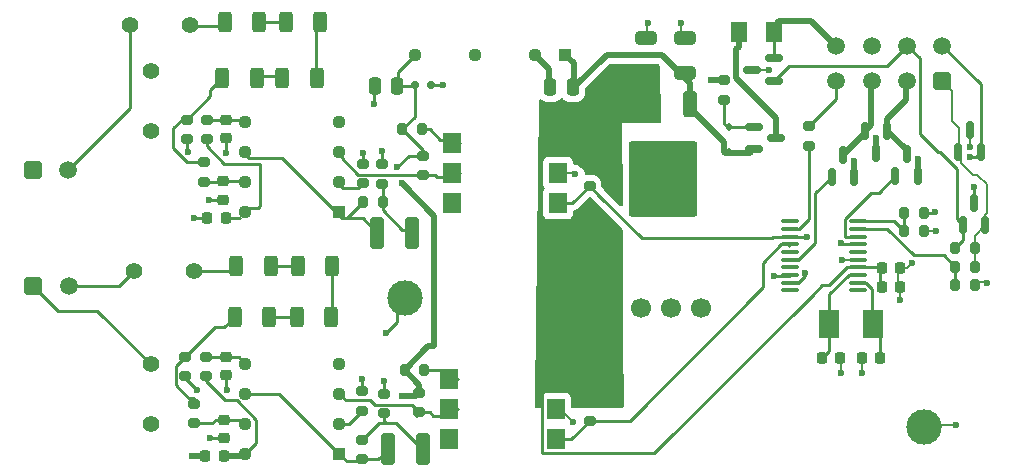
<source format=gbr>
%TF.GenerationSoftware,KiCad,Pcbnew,9.0.4*%
%TF.CreationDate,2026-01-14T13:13:59-08:00*%
%TF.ProjectId,2026Precharge,32303236-5072-4656-9368-617267652e6b,rev?*%
%TF.SameCoordinates,Original*%
%TF.FileFunction,Copper,L1,Top*%
%TF.FilePolarity,Positive*%
%FSLAX46Y46*%
G04 Gerber Fmt 4.6, Leading zero omitted, Abs format (unit mm)*
G04 Created by KiCad (PCBNEW 9.0.4) date 2026-01-14 13:13:59*
%MOMM*%
%LPD*%
G01*
G04 APERTURE LIST*
G04 Aperture macros list*
%AMRoundRect*
0 Rectangle with rounded corners*
0 $1 Rounding radius*
0 $2 $3 $4 $5 $6 $7 $8 $9 X,Y pos of 4 corners*
0 Add a 4 corners polygon primitive as box body*
4,1,4,$2,$3,$4,$5,$6,$7,$8,$9,$2,$3,0*
0 Add four circle primitives for the rounded corners*
1,1,$1+$1,$2,$3*
1,1,$1+$1,$4,$5*
1,1,$1+$1,$6,$7*
1,1,$1+$1,$8,$9*
0 Add four rect primitives between the rounded corners*
20,1,$1+$1,$2,$3,$4,$5,0*
20,1,$1+$1,$4,$5,$6,$7,0*
20,1,$1+$1,$6,$7,$8,$9,0*
20,1,$1+$1,$8,$9,$2,$3,0*%
G04 Aperture macros list end*
%TA.AperFunction,SMDPad,CuDef*%
%ADD10RoundRect,0.150000X0.587500X0.150000X-0.587500X0.150000X-0.587500X-0.150000X0.587500X-0.150000X0*%
%TD*%
%TA.AperFunction,SMDPad,CuDef*%
%ADD11RoundRect,0.200000X-0.200000X-0.275000X0.200000X-0.275000X0.200000X0.275000X-0.200000X0.275000X0*%
%TD*%
%TA.AperFunction,SMDPad,CuDef*%
%ADD12RoundRect,0.225000X0.225000X0.250000X-0.225000X0.250000X-0.225000X-0.250000X0.225000X-0.250000X0*%
%TD*%
%TA.AperFunction,SMDPad,CuDef*%
%ADD13RoundRect,0.150000X0.150000X-0.587500X0.150000X0.587500X-0.150000X0.587500X-0.150000X-0.587500X0*%
%TD*%
%TA.AperFunction,SMDPad,CuDef*%
%ADD14C,3.000000*%
%TD*%
%TA.AperFunction,ComponentPad*%
%ADD15R,1.110000X1.110000*%
%TD*%
%TA.AperFunction,ComponentPad*%
%ADD16C,1.110000*%
%TD*%
%TA.AperFunction,SMDPad,CuDef*%
%ADD17RoundRect,0.225000X-0.250000X0.225000X-0.250000X-0.225000X0.250000X-0.225000X0.250000X0.225000X0*%
%TD*%
%TA.AperFunction,SMDPad,CuDef*%
%ADD18RoundRect,0.200000X-0.275000X0.200000X-0.275000X-0.200000X0.275000X-0.200000X0.275000X0.200000X0*%
%TD*%
%TA.AperFunction,SMDPad,CuDef*%
%ADD19RoundRect,0.225000X-0.225000X-0.250000X0.225000X-0.250000X0.225000X0.250000X-0.225000X0.250000X0*%
%TD*%
%TA.AperFunction,ComponentPad*%
%ADD20C,1.397000*%
%TD*%
%TA.AperFunction,SMDPad,CuDef*%
%ADD21RoundRect,0.200000X0.275000X-0.200000X0.275000X0.200000X-0.275000X0.200000X-0.275000X-0.200000X0*%
%TD*%
%TA.AperFunction,SMDPad,CuDef*%
%ADD22RoundRect,0.250000X-0.325000X-1.100000X0.325000X-1.100000X0.325000X1.100000X-0.325000X1.100000X0*%
%TD*%
%TA.AperFunction,SMDPad,CuDef*%
%ADD23RoundRect,0.250000X0.250000X0.475000X-0.250000X0.475000X-0.250000X-0.475000X0.250000X-0.475000X0*%
%TD*%
%TA.AperFunction,SMDPad,CuDef*%
%ADD24RoundRect,0.150000X-0.150000X0.587500X-0.150000X-0.587500X0.150000X-0.587500X0.150000X0.587500X0*%
%TD*%
%TA.AperFunction,SMDPad,CuDef*%
%ADD25RoundRect,0.250000X-0.312500X-0.625000X0.312500X-0.625000X0.312500X0.625000X-0.312500X0.625000X0*%
%TD*%
%TA.AperFunction,ComponentPad*%
%ADD26R,1.130000X1.130000*%
%TD*%
%TA.AperFunction,ComponentPad*%
%ADD27C,1.130000*%
%TD*%
%TA.AperFunction,SMDPad,CuDef*%
%ADD28RoundRect,0.150000X0.150000X0.200000X-0.150000X0.200000X-0.150000X-0.200000X0.150000X-0.200000X0*%
%TD*%
%TA.AperFunction,SMDPad,CuDef*%
%ADD29RoundRect,0.200000X0.200000X0.275000X-0.200000X0.275000X-0.200000X-0.275000X0.200000X-0.275000X0*%
%TD*%
%TA.AperFunction,SMDPad,CuDef*%
%ADD30RoundRect,0.112500X0.112500X-0.187500X0.112500X0.187500X-0.112500X0.187500X-0.112500X-0.187500X0*%
%TD*%
%TA.AperFunction,SMDPad,CuDef*%
%ADD31RoundRect,0.250000X0.312500X0.625000X-0.312500X0.625000X-0.312500X-0.625000X0.312500X-0.625000X0*%
%TD*%
%TA.AperFunction,SMDPad,CuDef*%
%ADD32RoundRect,0.250000X0.650000X-0.325000X0.650000X0.325000X-0.650000X0.325000X-0.650000X-0.325000X0*%
%TD*%
%TA.AperFunction,SMDPad,CuDef*%
%ADD33RoundRect,0.150000X-0.587500X-0.150000X0.587500X-0.150000X0.587500X0.150000X-0.587500X0.150000X0*%
%TD*%
%TA.AperFunction,SMDPad,CuDef*%
%ADD34RoundRect,0.250000X-0.650000X0.325000X-0.650000X-0.325000X0.650000X-0.325000X0.650000X0.325000X0*%
%TD*%
%TA.AperFunction,ComponentPad*%
%ADD35RoundRect,0.250001X0.499999X-0.499999X0.499999X0.499999X-0.499999X0.499999X-0.499999X-0.499999X0*%
%TD*%
%TA.AperFunction,ComponentPad*%
%ADD36C,1.500000*%
%TD*%
%TA.AperFunction,SMDPad,CuDef*%
%ADD37RoundRect,0.250000X-0.350000X0.850000X-0.350000X-0.850000X0.350000X-0.850000X0.350000X0.850000X0*%
%TD*%
%TA.AperFunction,SMDPad,CuDef*%
%ADD38RoundRect,0.249997X-2.650003X2.950003X-2.650003X-2.950003X2.650003X-2.950003X2.650003X2.950003X0*%
%TD*%
%TA.AperFunction,SMDPad,CuDef*%
%ADD39RoundRect,0.100000X0.637500X0.100000X-0.637500X0.100000X-0.637500X-0.100000X0.637500X-0.100000X0*%
%TD*%
%TA.AperFunction,ComponentPad*%
%ADD40RoundRect,0.250001X0.499999X0.499999X-0.499999X0.499999X-0.499999X-0.499999X0.499999X-0.499999X0*%
%TD*%
%TA.AperFunction,SMDPad,CuDef*%
%ADD41RoundRect,0.250001X-0.462499X-0.624999X0.462499X-0.624999X0.462499X0.624999X-0.462499X0.624999X0*%
%TD*%
%TA.AperFunction,SMDPad,CuDef*%
%ADD42R,1.700000X2.400000*%
%TD*%
%TA.AperFunction,SMDPad,CuDef*%
%ADD43R,1.520000X1.780000*%
%TD*%
%TA.AperFunction,ComponentPad*%
%ADD44R,1.700000X1.700000*%
%TD*%
%TA.AperFunction,ComponentPad*%
%ADD45C,1.700000*%
%TD*%
%TA.AperFunction,ViaPad*%
%ADD46C,0.600000*%
%TD*%
%TA.AperFunction,Conductor*%
%ADD47C,0.500000*%
%TD*%
%TA.AperFunction,Conductor*%
%ADD48C,0.200000*%
%TD*%
%TA.AperFunction,Conductor*%
%ADD49C,0.250000*%
%TD*%
G04 APERTURE END LIST*
D10*
%TO.P,D5,1,K*%
%TO.N,Charge_on*%
X169810000Y-117830000D03*
%TO.P,D5,2,K*%
%TO.N,Net-(J1-Pin_8)*%
X169810000Y-115930000D03*
%TO.P,D5,3,A*%
%TO.N,GLV-*%
X167935000Y-116880000D03*
%TD*%
D11*
%TO.P,R29,1*%
%TO.N,Net-(U7-PA3)*%
X180795000Y-129010000D03*
%TO.P,R29,2*%
%TO.N,CHG*%
X182445000Y-129010000D03*
%TD*%
D12*
%TO.P,C3,1*%
%TO.N,12V_HV*%
X123192500Y-149602500D03*
%TO.P,C3,2*%
%TO.N,HV-*%
X121642500Y-149602500D03*
%TD*%
D13*
%TO.P,Q2,1,G*%
%TO.N,AIR+_en_gate*%
X174667500Y-125940000D03*
%TO.P,Q2,2,S*%
%TO.N,GLV-*%
X176567500Y-125940000D03*
%TO.P,Q2,3,D*%
%TO.N,AIR+_en*%
X175617500Y-124065000D03*
%TD*%
D14*
%TO.P,TP2,1,1*%
%TO.N,GLV-*%
X182505000Y-147090000D03*
%TD*%
D15*
%TO.P,PS1,1,+VIN(VCC)*%
%TO.N,GLV+*%
X152130000Y-115630000D03*
D16*
%TO.P,PS1,2,-VIN(GND)*%
%TO.N,GLV-*%
X149590000Y-115630000D03*
%TO.P,PS1,4,-VOUT*%
%TO.N,HV-*%
X144510000Y-115630000D03*
%TO.P,PS1,6,+VOUT*%
%TO.N,12V_HV*%
X139430000Y-115630000D03*
%TD*%
D17*
%TO.P,C5,1*%
%TO.N,Net-(U2-COMPIN)*%
X123175000Y-126325000D03*
%TO.P,C5,2*%
%TO.N,HV-*%
X123175000Y-127875000D03*
%TD*%
D18*
%TO.P,R20,1*%
%TO.N,12V_HV*%
X139770000Y-144235000D03*
%TO.P,R20,2*%
%TO.N,Net-(U5-FOUT)*%
X139770000Y-145885000D03*
%TD*%
D17*
%TO.P,C7,1*%
%TO.N,Net-(U5-COMPIN)*%
X123192500Y-146502500D03*
%TO.P,C7,2*%
%TO.N,HV-*%
X123192500Y-148052500D03*
%TD*%
D19*
%TO.P,C9,1*%
%TO.N,3.3 V*%
X178915000Y-133700000D03*
%TO.P,C9,2*%
%TO.N,GLV-*%
X180465000Y-133700000D03*
%TD*%
D20*
%TO.P,F4,1*%
%TO.N,HV-*%
X117010000Y-146910000D03*
%TO.P,F4,2*%
%TO.N,Net-(Molex2-Pin_1)*%
X117010000Y-141830000D03*
%TD*%
D13*
%TO.P,Q3,1,G*%
%TO.N,Charge_on*%
X185757500Y-130047500D03*
%TO.P,Q3,2,S*%
%TO.N,SDCin*%
X187657500Y-130047500D03*
%TO.P,Q3,3,D*%
%TO.N,CHG*%
X186707500Y-128172500D03*
%TD*%
D21*
%TO.P,R17,1*%
%TO.N,Net-(CL2-Pad2)*%
X136625000Y-126525000D03*
%TO.P,R17,2*%
%TO.N,HV-*%
X136625000Y-124875000D03*
%TD*%
D18*
%TO.P,R11,1*%
%TO.N,Net-(R10-Pad2)*%
X119942500Y-141165000D03*
%TO.P,R11,2*%
%TO.N,HV-*%
X119942500Y-142815000D03*
%TD*%
D20*
%TO.P,F3,1*%
%TO.N,HV-*%
X117080000Y-122090000D03*
%TO.P,F3,2*%
%TO.N,Net-(Molex1-Pin_1)*%
X117080000Y-117010000D03*
%TD*%
D13*
%TO.P,Q4,1,G*%
%TO.N,Pre_en_gate*%
X180065000Y-125890000D03*
%TO.P,Q4,2,S*%
%TO.N,GLV-*%
X181965000Y-125890000D03*
%TO.P,Q4,3,D*%
%TO.N,Pre_en*%
X181015000Y-124015000D03*
%TD*%
D22*
%TO.P,CL2,1*%
%TO.N,Net-(U2-IOUT)*%
X136175000Y-130680000D03*
%TO.P,CL2,2*%
%TO.N,Net-(CL2-Pad2)*%
X139125000Y-130680000D03*
%TD*%
D23*
%TO.P,C2,1*%
%TO.N,12V_HV*%
X137890000Y-118290000D03*
%TO.P,C2,2*%
%TO.N,HV-*%
X135990000Y-118290000D03*
%TD*%
D21*
%TO.P,R14,1*%
%TO.N,Net-(Q5-G)*%
X165540000Y-119415000D03*
%TO.P,R14,2*%
%TO.N,GLV-*%
X165540000Y-117765000D03*
%TD*%
D24*
%TO.P,D2,1,K*%
%TO.N,Pre_en*%
X179350000Y-122045000D03*
%TO.P,D2,2,K*%
%TO.N,AIR+_en*%
X177450000Y-122045000D03*
%TO.P,D2,3,A*%
%TO.N,GLV-*%
X178400000Y-123920000D03*
%TD*%
D25*
%TO.P,R7,1*%
%TO.N,/HV+_preAIR*%
X124255000Y-133480000D03*
%TO.P,R7,2*%
%TO.N,Net-(R7-Pad2)*%
X127180000Y-133480000D03*
%TD*%
D18*
%TO.P,R24,1*%
%TO.N,3.3 V*%
X154170000Y-125055000D03*
%TO.P,R24,2*%
%TO.N,f_postAIR*%
X154170000Y-126705000D03*
%TD*%
D20*
%TO.P,F2,1*%
%TO.N,Net-(Molex2-Pin_2)*%
X115620000Y-133900000D03*
%TO.P,F2,2*%
%TO.N,/HV+_preAIR*%
X120700000Y-133900000D03*
%TD*%
D26*
%TO.P,U2,1,IOUT*%
%TO.N,Net-(U2-IOUT)*%
X132945000Y-128960000D03*
D27*
%TO.P,U2,2,IREF*%
%TO.N,Net-(U2-IREF)*%
X132945000Y-126420000D03*
%TO.P,U2,3,FOUT*%
%TO.N,Net-(U2-FOUT)*%
X132945000Y-123880000D03*
%TO.P,U2,4,GND*%
%TO.N,HV-*%
X132945000Y-121340000D03*
%TO.P,U2,5,RC*%
%TO.N,Net-(U2-RC)*%
X125005000Y-121340000D03*
%TO.P,U2,6,THRESH*%
%TO.N,Net-(U2-IOUT)*%
X125005000Y-123880000D03*
%TO.P,U2,7,COMPIN*%
%TO.N,Net-(U2-COMPIN)*%
X125005000Y-126420000D03*
%TO.P,U2,8,VS*%
%TO.N,12V_HV*%
X125005000Y-128960000D03*
%TD*%
D12*
%TO.P,C10,1*%
%TO.N,GLV-*%
X180445000Y-135280000D03*
%TO.P,C10,2*%
%TO.N,3.3 V*%
X178895000Y-135280000D03*
%TD*%
D18*
%TO.P,RT2,1*%
%TO.N,Net-(U2-RC)*%
X121775000Y-121125000D03*
%TO.P,RT2,2*%
%TO.N,12V_HV*%
X121775000Y-122775000D03*
%TD*%
D21*
%TO.P,R27,1*%
%TO.N,Net-(U7-PA5)*%
X172740000Y-123335000D03*
%TO.P,R27,2*%
%TO.N,Precharge_Fault*%
X172740000Y-121685000D03*
%TD*%
D25*
%TO.P,R8,1*%
%TO.N,Net-(R7-Pad2)*%
X129480000Y-133480000D03*
%TO.P,R8,2*%
%TO.N,Net-(R8-Pad2)*%
X132405000Y-133480000D03*
%TD*%
%TO.P,R1,1*%
%TO.N,/HV+_postAIR*%
X123290000Y-112835000D03*
%TO.P,R1,2*%
%TO.N,Net-(R1-Pad2)*%
X126215000Y-112835000D03*
%TD*%
D28*
%TO.P,D3,1,K*%
%TO.N,12V_HV*%
X139350000Y-118200000D03*
%TO.P,D3,2,A*%
%TO.N,HV-*%
X140750000Y-118200000D03*
%TD*%
D11*
%TO.P,R12,1*%
%TO.N,12V_HV*%
X138315000Y-121930000D03*
%TO.P,R12,2*%
%TO.N,Net-(R12-Pad2)*%
X139965000Y-121930000D03*
%TD*%
D29*
%TO.P,R30,1*%
%TO.N,GLV-*%
X182445000Y-130570000D03*
%TO.P,R30,2*%
%TO.N,Net-(U7-PA3)*%
X180795000Y-130570000D03*
%TD*%
D30*
%TO.P,D6,1*%
%TO.N,GLV+*%
X165940000Y-123850000D03*
%TO.P,D6,2*%
%TO.N,Net-(Q5-G)*%
X165940000Y-121750000D03*
%TD*%
D12*
%TO.P,C8,1*%
%TO.N,GLV-*%
X175395000Y-141300000D03*
%TO.P,C8,2*%
%TO.N,Net-(U7-PC15)*%
X173845000Y-141300000D03*
%TD*%
D18*
%TO.P,R6,1*%
%TO.N,Net-(R16-Pad1)*%
X120075000Y-121100000D03*
%TO.P,R6,2*%
%TO.N,HV-*%
X120075000Y-122750000D03*
%TD*%
D31*
%TO.P,R10,1*%
%TO.N,Net-(R10-Pad1)*%
X127042500Y-137780000D03*
%TO.P,R10,2*%
%TO.N,Net-(R10-Pad2)*%
X124117500Y-137780000D03*
%TD*%
D21*
%TO.P,RL1,1*%
%TO.N,Net-(U5-IOUT)*%
X134910000Y-149875000D03*
%TO.P,RL1,2*%
%TO.N,Net-(CL1-Pad2)*%
X134910000Y-148225000D03*
%TD*%
D18*
%TO.P,R21,1*%
%TO.N,Net-(R10-Pad2)*%
X120692500Y-145165000D03*
%TO.P,R21,2*%
%TO.N,Net-(U5-COMPIN)*%
X120692500Y-146815000D03*
%TD*%
D31*
%TO.P,R3,1*%
%TO.N,Net-(R2-Pad2)*%
X131052500Y-117610000D03*
%TO.P,R3,2*%
%TO.N,Net-(R3-Pad2)*%
X128127500Y-117610000D03*
%TD*%
D32*
%TO.P,C14,1*%
%TO.N,3.3 V*%
X158910000Y-117165000D03*
%TO.P,C14,2*%
%TO.N,GLV-*%
X158910000Y-114215000D03*
%TD*%
D17*
%TO.P,CT1,1*%
%TO.N,Net-(U5-RC)*%
X123367500Y-141215000D03*
%TO.P,CT1,2*%
%TO.N,HV-*%
X123367500Y-142765000D03*
%TD*%
D12*
%TO.P,C4,1*%
%TO.N,12V_HV*%
X123350000Y-129400000D03*
%TO.P,C4,2*%
%TO.N,HV-*%
X121800000Y-129400000D03*
%TD*%
D33*
%TO.P,Q5,1,G*%
%TO.N,Net-(Q5-G)*%
X168115000Y-121700000D03*
%TO.P,Q5,2,S*%
%TO.N,GLV+*%
X168115000Y-123600000D03*
%TO.P,Q5,3,D*%
%TO.N,Pre_GLV+*%
X169990000Y-122650000D03*
%TD*%
D18*
%TO.P,R25,1*%
%TO.N,3.3 V*%
X154200000Y-144935000D03*
%TO.P,R25,2*%
%TO.N,f_preAIR*%
X154200000Y-146585000D03*
%TD*%
D19*
%TO.P,C6,1*%
%TO.N,GLV-*%
X177225000Y-141320000D03*
%TO.P,C6,2*%
%TO.N,Net-(U7-PC14)*%
X178775000Y-141320000D03*
%TD*%
D18*
%TO.P,RS2,1*%
%TO.N,HV-*%
X135000000Y-124850000D03*
%TO.P,RS2,2*%
%TO.N,Net-(U2-IREF)*%
X135000000Y-126500000D03*
%TD*%
D34*
%TO.P,C15,1*%
%TO.N,GLV-*%
X162280000Y-114195000D03*
%TO.P,C15,2*%
%TO.N,GLV+*%
X162280000Y-117145000D03*
%TD*%
D18*
%TO.P,R16,1*%
%TO.N,Net-(R16-Pad1)*%
X121550000Y-124700000D03*
%TO.P,R16,2*%
%TO.N,Net-(U2-COMPIN)*%
X121550000Y-126350000D03*
%TD*%
D11*
%TO.P,R19,1*%
%TO.N,Net-(U7-PA2)*%
X185125000Y-133560000D03*
%TO.P,R19,2*%
%TO.N,SDCin*%
X186775000Y-133560000D03*
%TD*%
D29*
%TO.P,R18,1*%
%TO.N,GLV-*%
X186775000Y-135120000D03*
%TO.P,R18,2*%
%TO.N,Net-(U7-PA2)*%
X185125000Y-135120000D03*
%TD*%
D25*
%TO.P,R2,1*%
%TO.N,Net-(R1-Pad2)*%
X128427500Y-112835000D03*
%TO.P,R2,2*%
%TO.N,Net-(R2-Pad2)*%
X131352500Y-112835000D03*
%TD*%
D14*
%TO.P,TP1,1,1*%
%TO.N,HV-*%
X138570000Y-136210000D03*
%TD*%
D31*
%TO.P,R9,1*%
%TO.N,Net-(R8-Pad2)*%
X132305000Y-137780000D03*
%TO.P,R9,2*%
%TO.N,Net-(R10-Pad1)*%
X129380000Y-137780000D03*
%TD*%
D13*
%TO.P,D4,1,K*%
%TO.N,SDCin*%
X185390000Y-123887500D03*
%TO.P,D4,2,K*%
%TO.N,CHG*%
X187290000Y-123887500D03*
%TO.P,D4,3,A*%
%TO.N,GLV-*%
X186340000Y-122012500D03*
%TD*%
D35*
%TO.P,Molex2,1,Pin_1*%
%TO.N,Net-(Molex2-Pin_1)*%
X107060000Y-135190000D03*
D36*
%TO.P,Molex2,2,Pin_2*%
%TO.N,Net-(Molex2-Pin_2)*%
X110060000Y-135190000D03*
%TD*%
D11*
%TO.P,RL2,1*%
%TO.N,Net-(U2-IOUT)*%
X135025000Y-128100000D03*
%TO.P,RL2,2*%
%TO.N,Net-(CL2-Pad2)*%
X136675000Y-128100000D03*
%TD*%
D37*
%TO.P,U8,1,IN*%
%TO.N,GLV+*%
X162687500Y-119800000D03*
D38*
%TO.P,U8,2,GND*%
%TO.N,GLV-*%
X160407500Y-126100000D03*
D37*
%TO.P,U8,3,OUT*%
%TO.N,3.3 V*%
X158127500Y-119800000D03*
%TD*%
D18*
%TO.P,RS1,1*%
%TO.N,HV-*%
X134870000Y-144105000D03*
%TO.P,RS1,2*%
%TO.N,Net-(U5-IREF)*%
X134870000Y-145755000D03*
%TD*%
D29*
%TO.P,R5,1*%
%TO.N,SDCin*%
X186775000Y-131950000D03*
%TO.P,R5,2*%
%TO.N,Charge_on*%
X185125000Y-131950000D03*
%TD*%
D39*
%TO.P,U7,1,PB7*%
%TO.N,unconnected-(U7-PB7-Pad1)*%
X176875000Y-135555000D03*
%TO.P,U7,2,PC14*%
%TO.N,Net-(U7-PC14)*%
X176875000Y-134905000D03*
%TO.P,U7,3,PC15*%
%TO.N,Net-(U7-PC15)*%
X176875000Y-134255000D03*
%TO.P,U7,4,VDD*%
%TO.N,3.3 V*%
X176875000Y-133605000D03*
%TO.P,U7,5,VSS*%
%TO.N,GLV-*%
X176875000Y-132955000D03*
%TO.P,U7,6,PF2*%
%TO.N,unconnected-(U7-PF2-Pad6)*%
X176875000Y-132305000D03*
%TO.P,U7,7,PA0*%
%TO.N,f_postAIR*%
X176875000Y-131655000D03*
%TO.P,U7,8,PA1*%
%TO.N,Pre_en_gate*%
X176875000Y-131005000D03*
%TO.P,U7,9,PA2*%
%TO.N,Net-(U7-PA2)*%
X176875000Y-130355000D03*
%TO.P,U7,10,PA3*%
%TO.N,Net-(U7-PA3)*%
X176875000Y-129705000D03*
%TO.P,U7,11,PA4*%
%TO.N,unconnected-(U7-PA4-Pad11)*%
X171150000Y-129705000D03*
%TO.P,U7,12,PA5*%
%TO.N,Net-(U7-PA5)*%
X171150000Y-130355000D03*
%TO.P,U7,13,PA6*%
%TO.N,f_postAIR*%
X171150000Y-131005000D03*
%TO.P,U7,14,PA7*%
%TO.N,f_preAIR*%
X171150000Y-131655000D03*
%TO.P,U7,15,PA8*%
%TO.N,unconnected-(U7-PA8-Pad15)*%
X171150000Y-132305000D03*
%TO.P,U7,16,PA9/PA11*%
%TO.N,AIR+_en_gate*%
X171150000Y-132955000D03*
%TO.P,U7,17,PA10/PA12*%
%TO.N,unconnected-(U7-PA10{slash}PA12-Pad17)*%
X171150000Y-133605000D03*
%TO.P,U7,18,PA13*%
%TO.N,SWDIO*%
X171150000Y-134255000D03*
%TO.P,U7,19,PA14*%
%TO.N,SWCLK*%
X171150000Y-134905000D03*
%TO.P,U7,20,PB6*%
%TO.N,unconnected-(U7-PB6-Pad20)*%
X171150000Y-135555000D03*
%TD*%
D11*
%TO.P,R13,1*%
%TO.N,12V_HV*%
X138505000Y-142270000D03*
%TO.P,R13,2*%
%TO.N,Net-(R13-Pad2)*%
X140155000Y-142270000D03*
%TD*%
D22*
%TO.P,CL1,1*%
%TO.N,Net-(U5-IOUT)*%
X137102500Y-148970000D03*
%TO.P,CL1,2*%
%TO.N,Net-(CL1-Pad2)*%
X140052500Y-148970000D03*
%TD*%
D20*
%TO.P,F1,1*%
%TO.N,Net-(Molex1-Pin_2)*%
X115300000Y-113110000D03*
%TO.P,F1,2*%
%TO.N,/HV+_postAIR*%
X120380000Y-113110000D03*
%TD*%
D21*
%TO.P,R22,1*%
%TO.N,Net-(CL1-Pad2)*%
X136740000Y-145975000D03*
%TO.P,R22,2*%
%TO.N,HV-*%
X136740000Y-144325000D03*
%TD*%
D40*
%TO.P,J1,1,Pin_1*%
%TO.N,SDCin*%
X184050000Y-117850000D03*
D36*
%TO.P,J1,2,Pin_2*%
%TO.N,Pre_en*%
X181050000Y-117850000D03*
%TO.P,J1,3,Pin_3*%
%TO.N,AIR+_en*%
X178050000Y-117850000D03*
%TO.P,J1,4,Pin_4*%
%TO.N,Precharge_Fault*%
X175050000Y-117850000D03*
%TO.P,J1,5,Pin_5*%
%TO.N,CHG*%
X184050000Y-114850000D03*
%TO.P,J1,6,Pin_6*%
%TO.N,Charge_on*%
X181050000Y-114850000D03*
%TO.P,J1,7,Pin_7*%
%TO.N,GLV-*%
X178050000Y-114850000D03*
%TO.P,J1,8,Pin_8*%
%TO.N,Net-(J1-Pin_8)*%
X175050000Y-114850000D03*
%TD*%
D41*
%TO.P,F7,1*%
%TO.N,Pre_GLV+*%
X166802500Y-113700000D03*
%TO.P,F7,2*%
%TO.N,Net-(J1-Pin_8)*%
X169777500Y-113700000D03*
%TD*%
D17*
%TO.P,CT2,1*%
%TO.N,Net-(U2-RC)*%
X123350000Y-121150000D03*
%TO.P,CT2,2*%
%TO.N,HV-*%
X123350000Y-122700000D03*
%TD*%
D42*
%TO.P,X1,1*%
%TO.N,Net-(U7-PC15)*%
X174480000Y-138370000D03*
%TO.P,X1,2*%
%TO.N,Net-(U7-PC14)*%
X178180000Y-138370000D03*
%TD*%
D43*
%TO.P,U4,1*%
%TO.N,Net-(R13-Pad2)*%
X142297500Y-143072500D03*
%TO.P,U4,2*%
%TO.N,Net-(U5-FOUT)*%
X142297500Y-145612500D03*
%TO.P,U4,3*%
%TO.N,unconnected-(U4-Pad3)*%
X142297500Y-148152500D03*
%TO.P,U4,4*%
%TO.N,f_preAIR*%
X151307500Y-148152500D03*
%TO.P,U4,5*%
%TO.N,GLV-*%
X151307500Y-145612500D03*
%TO.P,U4,6*%
%TO.N,3.3 V*%
X151307500Y-143072500D03*
%TD*%
D35*
%TO.P,Molex1,1,Pin_1*%
%TO.N,Net-(Molex1-Pin_1)*%
X107050000Y-125330000D03*
D36*
%TO.P,Molex1,2,Pin_2*%
%TO.N,Net-(Molex1-Pin_2)*%
X110050000Y-125330000D03*
%TD*%
D43*
%TO.P,U1,1*%
%TO.N,Net-(R12-Pad2)*%
X142495000Y-123085000D03*
%TO.P,U1,2*%
%TO.N,Net-(U2-FOUT)*%
X142495000Y-125625000D03*
%TO.P,U1,3*%
%TO.N,unconnected-(U1-Pad3)*%
X142495000Y-128165000D03*
%TO.P,U1,4*%
%TO.N,f_postAIR*%
X151505000Y-128165000D03*
%TO.P,U1,5*%
%TO.N,GLV-*%
X151505000Y-125625000D03*
%TO.P,U1,6*%
%TO.N,3.3 V*%
X151505000Y-123085000D03*
%TD*%
D18*
%TO.P,RT1,1*%
%TO.N,Net-(U5-RC)*%
X121692500Y-141165000D03*
%TO.P,RT1,2*%
%TO.N,12V_HV*%
X121692500Y-142815000D03*
%TD*%
D31*
%TO.P,R4,1*%
%TO.N,Net-(R3-Pad2)*%
X126002500Y-117610000D03*
%TO.P,R4,2*%
%TO.N,Net-(R16-Pad1)*%
X123077500Y-117610000D03*
%TD*%
D44*
%TO.P,J2,1,Pin_1*%
%TO.N,3.3 V*%
X155990000Y-137020000D03*
D45*
%TO.P,J2,2,Pin_2*%
%TO.N,SWCLK*%
X158530000Y-137020000D03*
%TO.P,J2,3,Pin_3*%
%TO.N,SWDIO*%
X161070000Y-137020000D03*
%TO.P,J2,4,Pin_4*%
%TO.N,GLV-*%
X163610000Y-137020000D03*
%TD*%
D26*
%TO.P,U5,1,IOUT*%
%TO.N,Net-(U5-IOUT)*%
X132967500Y-149380000D03*
D27*
%TO.P,U5,2,IREF*%
%TO.N,Net-(U5-IREF)*%
X132967500Y-146840000D03*
%TO.P,U5,3,FOUT*%
%TO.N,Net-(U5-FOUT)*%
X132967500Y-144300000D03*
%TO.P,U5,4,GND*%
%TO.N,HV-*%
X132967500Y-141760000D03*
%TO.P,U5,5,RC*%
%TO.N,Net-(U5-RC)*%
X125027500Y-141760000D03*
%TO.P,U5,6,THRESH*%
%TO.N,Net-(U5-IOUT)*%
X125027500Y-144300000D03*
%TO.P,U5,7,COMPIN*%
%TO.N,Net-(U5-COMPIN)*%
X125027500Y-146840000D03*
%TO.P,U5,8,VS*%
%TO.N,12V_HV*%
X125027500Y-149380000D03*
%TD*%
D23*
%TO.P,C1,1*%
%TO.N,GLV+*%
X152760000Y-118380000D03*
%TO.P,C1,2*%
%TO.N,GLV-*%
X150860000Y-118380000D03*
%TD*%
D18*
%TO.P,R15,1*%
%TO.N,12V_HV*%
X140100000Y-124155000D03*
%TO.P,R15,2*%
%TO.N,Net-(U2-FOUT)*%
X140100000Y-125805000D03*
%TD*%
D46*
%TO.N,CHG*%
X183460000Y-128900000D03*
X186710000Y-126810000D03*
X186350000Y-124300000D03*
%TO.N,12V_HV*%
X138300000Y-144500000D03*
X137875000Y-125150000D03*
X138300000Y-126500000D03*
%TO.N,HV-*%
X121975000Y-127900000D03*
X135930000Y-119760000D03*
X121992500Y-148102500D03*
X136740000Y-143240000D03*
X136950000Y-139150000D03*
X123442500Y-143990000D03*
X120172275Y-123888391D03*
X120517500Y-149602500D03*
X134910000Y-143080000D03*
X123375000Y-123900000D03*
X120675000Y-129400000D03*
X120942500Y-143990000D03*
X141720000Y-118190000D03*
X136600000Y-123800000D03*
X135000000Y-123900000D03*
%TO.N,f_postAIR*%
X175500000Y-131560000D03*
X172540000Y-131010000D03*
%TO.N,GLV-*%
X158190000Y-127010000D03*
X161170000Y-124980000D03*
X159670000Y-125950000D03*
X159690000Y-123960000D03*
X158930000Y-127940000D03*
X158950000Y-124970000D03*
X185205000Y-146980000D03*
X160430000Y-123970000D03*
X164470000Y-117780000D03*
X176567500Y-124612500D03*
X175560000Y-132970000D03*
X169380000Y-116880000D03*
X158190000Y-127940000D03*
X161890000Y-125960000D03*
X158930000Y-125950000D03*
X152760000Y-146710000D03*
X162650000Y-124980000D03*
X152950000Y-125710000D03*
X175420000Y-142530000D03*
X162630000Y-127950000D03*
X161170000Y-123970000D03*
X162650000Y-123970000D03*
X181977500Y-124442500D03*
X161150000Y-127950000D03*
X160410000Y-127020000D03*
X159670000Y-127940000D03*
X159690000Y-124970000D03*
X161900000Y-112940000D03*
X187800000Y-134910000D03*
X161890000Y-127950000D03*
X160410000Y-125960000D03*
X161910000Y-123970000D03*
X161890000Y-127020000D03*
X158950000Y-123960000D03*
X181510000Y-133230000D03*
X161150000Y-127020000D03*
X161910000Y-124980000D03*
X158190000Y-125950000D03*
X159670000Y-127010000D03*
X158210000Y-123960000D03*
X183510000Y-130570000D03*
X186380000Y-123440000D03*
X158210000Y-124970000D03*
X178400000Y-122642500D03*
X158930000Y-127010000D03*
X162630000Y-125960000D03*
X160410000Y-127950000D03*
X180470000Y-136350000D03*
X177210000Y-142550000D03*
X159080000Y-112900000D03*
X160430000Y-124980000D03*
X162630000Y-127020000D03*
X161150000Y-125960000D03*
%TO.N,SWCLK*%
X172380895Y-134064153D03*
%TO.N,SWDIO*%
X169750000Y-134370000D03*
%TD*%
D47*
%TO.N,Pre_GLV+*%
X166802500Y-113700000D02*
X166802500Y-114952500D01*
X166802500Y-114952500D02*
X166600000Y-115155000D01*
X166600000Y-115155000D02*
X166600000Y-117617500D01*
X166600000Y-117617500D02*
X169990000Y-121007500D01*
X169990000Y-121007500D02*
X169990000Y-122650000D01*
D48*
%TO.N,GLV-*%
X167935000Y-116880000D02*
X169380000Y-116880000D01*
D49*
%TO.N,Charge_on*%
X181050000Y-114850000D02*
X179344000Y-116556000D01*
X171084000Y-116556000D02*
X169810000Y-117830000D01*
X179344000Y-116556000D02*
X171084000Y-116556000D01*
%TO.N,Net-(J1-Pin_8)*%
X169777500Y-113700000D02*
X169777500Y-115897500D01*
X169777500Y-115897500D02*
X169810000Y-115930000D01*
D47*
X170000000Y-112950000D02*
X170230000Y-112720000D01*
X170230000Y-112720000D02*
X172920000Y-112720000D01*
X172920000Y-112720000D02*
X175050000Y-114850000D01*
D49*
%TO.N,Net-(R3-Pad2)*%
X126165000Y-117385000D02*
X128427500Y-117385000D01*
%TO.N,Net-(R16-Pad1)*%
X120075000Y-121100000D02*
X122052500Y-119122500D01*
X120100000Y-124700000D02*
X118900000Y-123500000D01*
X119625000Y-121100000D02*
X120075000Y-121100000D01*
X118900000Y-123500000D02*
X118900000Y-121825000D01*
X118900000Y-121825000D02*
X119625000Y-121100000D01*
X121550000Y-124700000D02*
X120100000Y-124700000D01*
X122052500Y-118635000D02*
X122052500Y-119122500D01*
X123077500Y-117610000D02*
X122052500Y-118635000D01*
%TO.N,Net-(R2-Pad2)*%
X130990000Y-117310000D02*
X131065000Y-117385000D01*
X130990000Y-112835000D02*
X130990000Y-117310000D01*
%TO.N,Net-(R1-Pad2)*%
X126215000Y-112835000D02*
X128427500Y-112835000D01*
%TO.N,/HV+_postAIR*%
X120515000Y-113185000D02*
X122940000Y-113185000D01*
D48*
%TO.N,SDCin*%
X187657500Y-130047500D02*
X186775000Y-130930000D01*
X185390000Y-123887500D02*
X185599000Y-124096500D01*
X187801000Y-126571057D02*
X187801000Y-129014000D01*
X187801000Y-129014000D02*
X187657500Y-129157500D01*
X184850000Y-118650000D02*
X184850000Y-121233032D01*
X184850000Y-121233032D02*
X185410000Y-121793032D01*
X186775000Y-130930000D02*
X186775000Y-133560000D01*
X185599000Y-124096500D02*
X185599000Y-124749000D01*
X185410000Y-121793032D02*
X185410000Y-123693032D01*
X187657500Y-129157500D02*
X187657500Y-130047500D01*
X186630000Y-125780000D02*
X187009943Y-125780000D01*
X184050000Y-117850000D02*
X184850000Y-118650000D01*
X187009943Y-125780000D02*
X187801000Y-126571057D01*
X185599000Y-124749000D02*
X186630000Y-125780000D01*
D49*
%TO.N,Net-(R7-Pad2)*%
X127180000Y-133480000D02*
X129480000Y-133480000D01*
%TO.N,/HV+_preAIR*%
X120700000Y-133900000D02*
X123835000Y-133900000D01*
X123835000Y-133900000D02*
X124255000Y-133480000D01*
%TO.N,Net-(R8-Pad2)*%
X132405000Y-137680000D02*
X132305000Y-137780000D01*
X132405000Y-133480000D02*
X132405000Y-137680000D01*
%TO.N,Net-(R10-Pad1)*%
X127655000Y-137805000D02*
X129355000Y-137805000D01*
X127042500Y-137780000D02*
X129380000Y-137780000D01*
X129355000Y-137805000D02*
X129380000Y-137780000D01*
%TO.N,CHG*%
X186877500Y-124300000D02*
X186350000Y-124300000D01*
X183350000Y-129010000D02*
X183460000Y-128900000D01*
X187310000Y-118110000D02*
X187310000Y-123693032D01*
X186710000Y-126810000D02*
X186710000Y-127280000D01*
X187290000Y-123887500D02*
X186877500Y-124300000D01*
X184050000Y-114850000D02*
X187310000Y-118110000D01*
X182445000Y-129010000D02*
X183350000Y-129010000D01*
X186710000Y-127280000D02*
X186707500Y-127282500D01*
X186707500Y-127282500D02*
X186707500Y-128172500D01*
%TO.N,Net-(R10-Pad2)*%
X120692500Y-144665000D02*
X120217500Y-144665000D01*
X123255000Y-138642500D02*
X124117500Y-137780000D01*
X120542500Y-144990000D02*
X120542500Y-145015000D01*
X119142500Y-143590000D02*
X120542500Y-144990000D01*
X119142500Y-141965000D02*
X119942500Y-141165000D01*
X119942500Y-141165000D02*
X122465000Y-138642500D01*
X122465000Y-138642500D02*
X123255000Y-138642500D01*
X120542500Y-145015000D02*
X120692500Y-145165000D01*
X119142500Y-143590000D02*
X119142500Y-141965000D01*
%TO.N,12V_HV*%
X121775000Y-123375000D02*
X123250000Y-124850000D01*
X126120000Y-128570000D02*
X125395000Y-128570000D01*
D47*
X140490196Y-140284804D02*
X141030196Y-140284804D01*
D49*
X123342500Y-144865000D02*
X124311151Y-144865000D01*
X137977500Y-117082500D02*
X139430000Y-115630000D01*
X140100000Y-124155000D02*
X138870000Y-124155000D01*
D47*
X138300000Y-126500000D02*
X141030196Y-129230196D01*
D49*
X123350000Y-129400000D02*
X124565000Y-129400000D01*
D47*
X139770000Y-143535000D02*
X138505000Y-142270000D01*
D49*
X138305000Y-121940000D02*
X138315000Y-121930000D01*
X121692500Y-143215000D02*
X123342500Y-144865000D01*
X126300000Y-128390000D02*
X126120000Y-128570000D01*
X125942500Y-148465000D02*
X125027500Y-149380000D01*
X138315000Y-121930000D02*
X140100000Y-123715000D01*
D47*
X123192500Y-149602500D02*
X124805000Y-149602500D01*
D49*
X138870000Y-124155000D02*
X137875000Y-125150000D01*
D47*
X139505000Y-144500000D02*
X139770000Y-144235000D01*
D49*
X121692500Y-142815000D02*
X121692500Y-143215000D01*
X121775000Y-122775000D02*
X121775000Y-123375000D01*
X123250000Y-124850000D02*
X126300000Y-124850000D01*
X139350000Y-120895000D02*
X138315000Y-121930000D01*
D47*
X138300000Y-144500000D02*
X139505000Y-144500000D01*
D49*
X125395000Y-128570000D02*
X125005000Y-128960000D01*
D47*
X138505000Y-142270000D02*
X140490196Y-140284804D01*
D49*
X139260000Y-118290000D02*
X139350000Y-118200000D01*
D47*
X141030196Y-129230196D02*
X141030196Y-140284804D01*
X139770000Y-144235000D02*
X139770000Y-143535000D01*
D49*
X137977500Y-118290000D02*
X137977500Y-117082500D01*
D47*
X124805000Y-149602500D02*
X125027500Y-149380000D01*
D49*
X140100000Y-123715000D02*
X140100000Y-124155000D01*
X139350000Y-118200000D02*
X139350000Y-120895000D01*
X126300000Y-124850000D02*
X126300000Y-128390000D01*
X125942500Y-146496349D02*
X125942500Y-148465000D01*
X124311151Y-144865000D02*
X125942500Y-146496349D01*
X137890000Y-118290000D02*
X139260000Y-118290000D01*
%TO.N,Net-(R13-Pad2)*%
X140155000Y-142270000D02*
X141495000Y-142270000D01*
X141495000Y-142270000D02*
X142297500Y-143072500D01*
X142992500Y-143072500D02*
X142807500Y-142887500D01*
D47*
%TO.N,AIR+_en*%
X177450000Y-122232500D02*
X175617500Y-124065000D01*
X177967500Y-121527500D02*
X177450000Y-122045000D01*
X177967500Y-117872500D02*
X177967500Y-121527500D01*
%TO.N,HV-*%
X121642500Y-149602500D02*
X120517500Y-149602500D01*
D49*
X123367500Y-142765000D02*
X123367500Y-143915000D01*
X123350000Y-123875000D02*
X123375000Y-123900000D01*
X140750000Y-118200000D02*
X141710000Y-118200000D01*
X122000000Y-127875000D02*
X121975000Y-127900000D01*
X137830000Y-136210000D02*
X137830000Y-138270000D01*
X122042500Y-148052500D02*
X121992500Y-148102500D01*
X119942500Y-142815000D02*
X119942500Y-142990000D01*
X119942500Y-142990000D02*
X120942500Y-143990000D01*
X136625000Y-123825000D02*
X136600000Y-123800000D01*
X135930000Y-119760000D02*
X135930000Y-118317500D01*
X141710000Y-118200000D02*
X141720000Y-118190000D01*
X136740000Y-144177500D02*
X136740000Y-143240000D01*
X120075000Y-122750000D02*
X120075000Y-123791116D01*
X134870000Y-143120000D02*
X134910000Y-143080000D01*
X135930000Y-118317500D02*
X135902500Y-118290000D01*
X136850000Y-144287500D02*
X136740000Y-144177500D01*
X136625000Y-124875000D02*
X136625000Y-123825000D01*
X123175000Y-127875000D02*
X122000000Y-127875000D01*
X121800000Y-129400000D02*
X120675000Y-129400000D01*
X123350000Y-122700000D02*
X123350000Y-123875000D01*
X123192500Y-148052500D02*
X122042500Y-148052500D01*
X134870000Y-144105000D02*
X134870000Y-143120000D01*
X135000000Y-124850000D02*
X135000000Y-123900000D01*
X137830000Y-138270000D02*
X136950000Y-139150000D01*
X120075000Y-123791116D02*
X120172275Y-123888391D01*
X123367500Y-143915000D02*
X123442500Y-143990000D01*
%TO.N,Net-(R12-Pad2)*%
X141500000Y-122800000D02*
X140630000Y-121930000D01*
X140630000Y-121930000D02*
X139965000Y-121930000D01*
X141500000Y-122800000D02*
X142905000Y-122800000D01*
X142905000Y-122800000D02*
X143190000Y-123085000D01*
%TO.N,Net-(U2-FOUT)*%
X133170000Y-124380000D02*
X134565000Y-125775000D01*
X134565000Y-125775000D02*
X141050000Y-125775000D01*
X141050000Y-125775000D02*
X141250000Y-125975000D01*
X142840000Y-125975000D02*
X143190000Y-125625000D01*
X141250000Y-125975000D02*
X142840000Y-125975000D01*
%TO.N,Pre_en_gate*%
X178676798Y-127278202D02*
X177959072Y-127278202D01*
X175830298Y-131005000D02*
X176875000Y-131005000D01*
X175759298Y-129477976D02*
X175759298Y-130934000D01*
X176870000Y-131010000D02*
X176875000Y-131005000D01*
X180065000Y-125890000D02*
X178676798Y-127278202D01*
X175759298Y-130934000D02*
X175830298Y-131005000D01*
X177959072Y-127278202D02*
X175759298Y-129477976D01*
%TO.N,Net-(U2-RC)*%
X121775000Y-121125000D02*
X123325000Y-121125000D01*
X123350000Y-121150000D02*
X124815000Y-121150000D01*
X123325000Y-121125000D02*
X123350000Y-121150000D01*
%TO.N,Net-(U5-RC)*%
X124482500Y-141215000D02*
X125027500Y-141760000D01*
X123317500Y-141165000D02*
X123367500Y-141215000D01*
X123367500Y-141215000D02*
X124482500Y-141215000D01*
X121692500Y-141165000D02*
X123317500Y-141165000D01*
%TO.N,Net-(U2-IREF)*%
X134580000Y-126920000D02*
X135000000Y-126500000D01*
X133170000Y-126920000D02*
X134580000Y-126920000D01*
%TO.N,Net-(U5-IREF)*%
X133192500Y-146615000D02*
X132967500Y-146840000D01*
X133785000Y-146840000D02*
X134870000Y-145755000D01*
X132967500Y-146840000D02*
X133785000Y-146840000D01*
%TO.N,Net-(U2-IOUT)*%
X133170000Y-129460000D02*
X134955000Y-129460000D01*
X133170000Y-129460000D02*
X133665000Y-129460000D01*
X125230000Y-124380000D02*
X128090000Y-124380000D01*
X134955000Y-129460000D02*
X136175000Y-130680000D01*
X128090000Y-124380000D02*
X133170000Y-129460000D01*
X133665000Y-129460000D02*
X135025000Y-128100000D01*
%TO.N,Net-(U5-IOUT)*%
X135142500Y-150027500D02*
X133615000Y-150027500D01*
X127887500Y-144300000D02*
X132967500Y-149380000D01*
X134910000Y-149875000D02*
X136270000Y-149875000D01*
X125027500Y-144300000D02*
X127887500Y-144300000D01*
X136270000Y-149875000D02*
X137015000Y-149130000D01*
X133615000Y-150027500D02*
X132967500Y-149380000D01*
%TO.N,Net-(U2-COMPIN)*%
X121550000Y-126350000D02*
X123150000Y-126350000D01*
X123150000Y-126350000D02*
X123175000Y-126325000D01*
X123175000Y-126325000D02*
X124910000Y-126325000D01*
%TO.N,AIR+_en_gate*%
X173274000Y-127333500D02*
X173260000Y-127333500D01*
X173260000Y-127333500D02*
X173260000Y-131537726D01*
X174667500Y-125940000D02*
X173274000Y-127333500D01*
X173260000Y-131537726D02*
X171842726Y-132955000D01*
X174667500Y-125940000D02*
X174670000Y-125940000D01*
X171150000Y-132955000D02*
X171854916Y-132955000D01*
X171842726Y-132955000D02*
X171150000Y-132955000D01*
D47*
%TO.N,GLV+*%
X165632500Y-123970000D02*
X165540000Y-123877500D01*
X155627500Y-115600000D02*
X160267500Y-115600000D01*
X152847500Y-116347500D02*
X152130000Y-115630000D01*
X162700000Y-118032500D02*
X162700000Y-119787500D01*
X165540000Y-123877500D02*
X165540000Y-122980000D01*
X162700000Y-119787500D02*
X162687500Y-119800000D01*
X165540000Y-122980000D02*
X162687500Y-120127500D01*
X167745000Y-123970000D02*
X165632500Y-123970000D01*
X162687500Y-120127500D02*
X162687500Y-119800000D01*
X160267500Y-115600000D02*
X162700000Y-118032500D01*
X152847500Y-118380000D02*
X155627500Y-115600000D01*
X152847500Y-118380000D02*
X152847500Y-116347500D01*
X167837500Y-123877500D02*
X167745000Y-123970000D01*
D49*
%TO.N,f_preAIR*%
X152632500Y-148152500D02*
X154200000Y-146585000D01*
X171035000Y-131770000D02*
X171150000Y-131655000D01*
X154200000Y-146585000D02*
X157585000Y-146585000D01*
X168860000Y-135310000D02*
X168860000Y-133207501D01*
X157585000Y-146585000D02*
X168860000Y-135310000D01*
X151307500Y-148152500D02*
X152632500Y-148152500D01*
X168860000Y-133207501D02*
X170412501Y-131655000D01*
X170412501Y-131655000D02*
X171150000Y-131655000D01*
X150810000Y-148350000D02*
X150612500Y-148152500D01*
%TO.N,f_postAIR*%
X176875000Y-131655000D02*
X175595000Y-131655000D01*
X151505000Y-128165000D02*
X152710000Y-128165000D01*
X172540000Y-131010000D02*
X171155000Y-131010000D01*
X169628016Y-131144000D02*
X169742016Y-131030000D01*
X170101000Y-131005000D02*
X171150000Y-131005000D01*
X155010000Y-127550000D02*
X158604000Y-131144000D01*
X170076000Y-131030000D02*
X170101000Y-131005000D01*
X154170000Y-126705000D02*
X155010000Y-127545000D01*
X169742016Y-131030000D02*
X170076000Y-131030000D01*
X158604000Y-131144000D02*
X169628016Y-131144000D01*
X152710000Y-128165000D02*
X154170000Y-126705000D01*
X155010000Y-127545000D02*
X155010000Y-127550000D01*
X175595000Y-131655000D02*
X175500000Y-131560000D01*
X171155000Y-131010000D02*
X171150000Y-131005000D01*
%TO.N,Net-(U5-COMPIN)*%
X122505000Y-146502500D02*
X122192500Y-146815000D01*
X123192500Y-146502500D02*
X122505000Y-146502500D01*
X123192500Y-146502500D02*
X124690000Y-146502500D01*
X124690000Y-146502500D02*
X125027500Y-146840000D01*
X120692500Y-146815000D02*
X122192500Y-146815000D01*
%TO.N,Net-(U5-FOUT)*%
X132967500Y-144300000D02*
X133532500Y-144865000D01*
X135979000Y-145249000D02*
X139134000Y-145249000D01*
X139770000Y-145885000D02*
X140622500Y-145885000D01*
X140950000Y-146212500D02*
X142392500Y-146212500D01*
X140622500Y-145885000D02*
X140950000Y-146212500D01*
X133532500Y-144865000D02*
X135595000Y-144865000D01*
X139441500Y-146213500D02*
X139770000Y-145885000D01*
X135595000Y-144865000D02*
X135979000Y-145249000D01*
X132967500Y-144463004D02*
X132967500Y-144300000D01*
X142392500Y-146212500D02*
X142992500Y-145612500D01*
X139134000Y-145249000D02*
X139770000Y-145885000D01*
D47*
%TO.N,Pre_en*%
X179350000Y-122045000D02*
X181015000Y-123710000D01*
X180967500Y-119432500D02*
X179350000Y-121050000D01*
X179350000Y-121050000D02*
X179350000Y-122045000D01*
X180967500Y-117872500D02*
X180967500Y-119432500D01*
D48*
%TO.N,GLV-*%
X159060000Y-113050000D02*
X159060000Y-114107500D01*
X151662500Y-145612500D02*
X152760000Y-146710000D01*
X168567500Y-116780000D02*
X168577500Y-116790000D01*
X159080000Y-113030000D02*
X159060000Y-113050000D01*
X187095000Y-134880000D02*
X186775000Y-135200000D01*
D47*
X176567500Y-125940000D02*
X176567500Y-124612500D01*
D48*
X177205000Y-141300000D02*
X177225000Y-141320000D01*
X180285000Y-135260000D02*
X180285000Y-133665000D01*
X176875000Y-132955000D02*
X175575000Y-132955000D01*
X180470000Y-136350000D02*
X180470000Y-135305000D01*
X152865000Y-125625000D02*
X152950000Y-125710000D01*
D47*
X150772500Y-118380000D02*
X150772500Y-116812500D01*
D48*
X187800000Y-134910000D02*
X187770000Y-134880000D01*
X182615000Y-146980000D02*
X185205000Y-146980000D01*
X186340000Y-123400000D02*
X186380000Y-123440000D01*
X151505000Y-125625000D02*
X152865000Y-125625000D01*
X167715000Y-116780000D02*
X168567500Y-116780000D01*
X175420000Y-141325000D02*
X175395000Y-141300000D01*
X186340000Y-122012500D02*
X186340000Y-123400000D01*
X177225000Y-141320000D02*
X177225000Y-142535000D01*
D47*
X150772500Y-116812500D02*
X149590000Y-115630000D01*
D48*
X180470000Y-135305000D02*
X180445000Y-135280000D01*
X180285000Y-133665000D02*
X180300000Y-133650000D01*
X175575000Y-132955000D02*
X175560000Y-132970000D01*
X161900000Y-112940000D02*
X161900000Y-114107500D01*
X175420000Y-142530000D02*
X175420000Y-141325000D01*
X181040000Y-133700000D02*
X180465000Y-133700000D01*
D47*
X181965000Y-125890000D02*
X181965000Y-124455000D01*
X165540000Y-117765000D02*
X164485000Y-117765000D01*
D48*
X182445000Y-130570000D02*
X183510000Y-130570000D01*
X167715000Y-116780000D02*
X167765000Y-116730000D01*
X180300000Y-133650000D02*
X180715000Y-133650000D01*
X177225000Y-142535000D02*
X177210000Y-142550000D01*
X181510000Y-133230000D02*
X181040000Y-133700000D01*
X182505000Y-147090000D02*
X182615000Y-146980000D01*
D47*
X178400000Y-122642500D02*
X178400000Y-123920000D01*
D48*
X187770000Y-134880000D02*
X187095000Y-134880000D01*
X159080000Y-112900000D02*
X159080000Y-113030000D01*
X151307500Y-145612500D02*
X151662500Y-145612500D01*
X164485000Y-117765000D02*
X164470000Y-117780000D01*
D49*
%TO.N,Precharge_Fault*%
X175050000Y-117850000D02*
X175050000Y-119375000D01*
X175050000Y-119375000D02*
X172740000Y-121685000D01*
%TO.N,Net-(Molex1-Pin_2)*%
X115505000Y-113415000D02*
X115175000Y-113085000D01*
X110050000Y-125330000D02*
X115300000Y-120080000D01*
X115300000Y-120080000D02*
X115300000Y-113110000D01*
%TO.N,Net-(Molex2-Pin_2)*%
X114330000Y-135190000D02*
X115620000Y-133900000D01*
X110060000Y-135190000D02*
X114330000Y-135190000D01*
X115660000Y-133940000D02*
X115620000Y-133900000D01*
%TO.N,Net-(Molex2-Pin_1)*%
X112484000Y-137304000D02*
X109174000Y-137304000D01*
X109174000Y-137304000D02*
X107060000Y-135190000D01*
X117010000Y-141830000D02*
X112484000Y-137304000D01*
%TO.N,Net-(CL2-Pad2)*%
X136675000Y-126575000D02*
X136625000Y-126525000D01*
X136615000Y-126535000D02*
X136625000Y-126525000D01*
X136675000Y-128100000D02*
X136675000Y-128795000D01*
X138890000Y-130445000D02*
X139125000Y-130680000D01*
X136675000Y-128795000D02*
X138325000Y-130445000D01*
X138325000Y-130445000D02*
X138890000Y-130445000D01*
X136675000Y-128100000D02*
X136675000Y-126575000D01*
%TO.N,Net-(CL1-Pad2)*%
X136740000Y-145975000D02*
X136740000Y-146615000D01*
X136350000Y-146785000D02*
X134910000Y-148225000D01*
X137795000Y-146785000D02*
X140140000Y-149130000D01*
X136740000Y-146615000D02*
X136910000Y-146785000D01*
X136910000Y-146785000D02*
X136350000Y-146785000D01*
X136910000Y-146785000D02*
X137795000Y-146785000D01*
%TO.N,Net-(U7-PC14)*%
X177612499Y-134905000D02*
X178119000Y-135411501D01*
X178775000Y-141320000D02*
X178775000Y-138965000D01*
X176875000Y-134905000D02*
X177612499Y-134905000D01*
X178119000Y-138309000D02*
X178180000Y-138370000D01*
X177981500Y-138171500D02*
X178180000Y-138370000D01*
X178119000Y-135411501D02*
X178119000Y-138309000D01*
X176875000Y-134905000D02*
X176182274Y-134905000D01*
X178775000Y-138965000D02*
X178180000Y-138370000D01*
%TO.N,Net-(U7-PC15)*%
X174480000Y-140665000D02*
X173845000Y-141300000D01*
X176137501Y-134255000D02*
X174480000Y-135912501D01*
X176875000Y-134255000D02*
X176137501Y-134255000D01*
X174480000Y-135912501D02*
X174480000Y-138370000D01*
X174480000Y-138370000D02*
X174480000Y-140665000D01*
%TO.N,3.3 V*%
X153475000Y-125055000D02*
X154170000Y-125055000D01*
X176875000Y-133605000D02*
X178705000Y-133605000D01*
X178735000Y-135260000D02*
X178735000Y-133665000D01*
X173840000Y-135150000D02*
X174450000Y-135150000D01*
X174882274Y-134717726D02*
X174882274Y-134707726D01*
X151307500Y-143072500D02*
X150161500Y-144218500D01*
X150161500Y-144218500D02*
X150161500Y-149308500D01*
X172963863Y-136026137D02*
X173840000Y-135150000D01*
X151505000Y-123085000D02*
X153475000Y-125055000D01*
X150161500Y-149308500D02*
X150221500Y-149368500D01*
X178740000Y-133605000D02*
X178760000Y-133585000D01*
X174882274Y-134707726D02*
X175985000Y-133605000D01*
X178735000Y-133665000D02*
X178750000Y-133650000D01*
X174450000Y-135150000D02*
X174882274Y-134717726D01*
X175985000Y-133605000D02*
X176875000Y-133605000D01*
X159621500Y-149368500D02*
X172963863Y-136026137D01*
X178705000Y-133605000D02*
X178750000Y-133650000D01*
X150221500Y-149368500D02*
X159621500Y-149368500D01*
%TO.N,SWCLK*%
X172380895Y-134064153D02*
X172380895Y-134366831D01*
X172380895Y-134366831D02*
X171842726Y-134905000D01*
X171842726Y-134905000D02*
X171150000Y-134905000D01*
%TO.N,SWDIO*%
X171035000Y-134370000D02*
X171150000Y-134255000D01*
X169750000Y-134370000D02*
X171035000Y-134370000D01*
%TO.N,Net-(U7-PA5)*%
X172740000Y-129502499D02*
X172740000Y-123335000D01*
X171887499Y-130355000D02*
X172740000Y-129502499D01*
X171150000Y-130355000D02*
X171887499Y-130355000D01*
X171140164Y-130345164D02*
X171150000Y-130355000D01*
%TO.N,unconnected-(U7-PA8-Pad15)*%
X171135000Y-132290000D02*
X171150000Y-132305000D01*
%TO.N,Net-(U7-PA3)*%
X176875000Y-129705000D02*
X179930000Y-129705000D01*
X179930000Y-129705000D02*
X180795000Y-130570000D01*
X180795000Y-129010000D02*
X180795000Y-130570000D01*
%TO.N,Charge_on*%
X185260000Y-129550000D02*
X185757500Y-130047500D01*
X185260000Y-125295000D02*
X185260000Y-129550000D01*
X182126000Y-115926000D02*
X182126000Y-122361000D01*
X181050000Y-114850000D02*
X182126000Y-115926000D01*
X183840000Y-123875000D02*
X185260000Y-125295000D01*
X183640000Y-123875000D02*
X183840000Y-123875000D01*
X185757500Y-131317500D02*
X185125000Y-131950000D01*
X182126000Y-122361000D02*
X183640000Y-123875000D01*
X185757500Y-130047500D02*
X185757500Y-131317500D01*
%TO.N,Net-(Q5-G)*%
X165840000Y-121700000D02*
X165540000Y-121400000D01*
X168115000Y-121700000D02*
X165840000Y-121700000D01*
X165540000Y-121400000D02*
X165540000Y-119415000D01*
%TO.N,Net-(U7-PA2)*%
X179355582Y-130355000D02*
X181604582Y-132604000D01*
X181604582Y-132604000D02*
X184169000Y-132604000D01*
X185125000Y-133560000D02*
X185125000Y-135200000D01*
X176875000Y-130355000D02*
X179355582Y-130355000D01*
X184169000Y-132604000D02*
X185125000Y-133560000D01*
%TD*%
%TA.AperFunction,Conductor*%
%TO.N,3.3 V*%
G36*
X159959817Y-116404785D02*
G01*
X159989123Y-116413456D01*
X160018981Y-116419952D01*
X160024149Y-116423821D01*
X160026812Y-116424609D01*
X160047235Y-116441103D01*
X160130161Y-116524029D01*
X160163646Y-116585352D01*
X160166472Y-116610318D01*
X160218584Y-121253838D01*
X160199653Y-121321095D01*
X160147366Y-121367439D01*
X160093834Y-121379228D01*
X156950000Y-121360000D01*
X156981036Y-128336532D01*
X156961650Y-128403659D01*
X156909050Y-128449648D01*
X156839936Y-128459899D01*
X156776252Y-128431157D01*
X156769356Y-128424765D01*
X155514565Y-127169975D01*
X155512565Y-127167929D01*
X155505127Y-127160140D01*
X155495858Y-127146267D01*
X155408733Y-127059142D01*
X155408732Y-127059141D01*
X155181819Y-126832228D01*
X155148334Y-126770905D01*
X155145500Y-126744547D01*
X155145500Y-126448386D01*
X155139086Y-126377807D01*
X155139086Y-126377804D01*
X155088478Y-126215394D01*
X155000472Y-126069815D01*
X155000470Y-126069813D01*
X155000469Y-126069811D01*
X154880188Y-125949530D01*
X154734606Y-125861522D01*
X154595321Y-125818120D01*
X154572196Y-125810914D01*
X154572194Y-125810913D01*
X154572192Y-125810913D01*
X154522778Y-125806423D01*
X154501616Y-125804500D01*
X153874500Y-125804500D01*
X153807461Y-125784815D01*
X153761706Y-125732011D01*
X153750500Y-125680500D01*
X153750500Y-125631155D01*
X153750499Y-125631153D01*
X153719738Y-125476510D01*
X153719737Y-125476503D01*
X153719735Y-125476498D01*
X153659397Y-125330827D01*
X153659390Y-125330814D01*
X153571789Y-125199711D01*
X153571786Y-125199707D01*
X153460292Y-125088213D01*
X153460288Y-125088210D01*
X153329185Y-125000609D01*
X153329172Y-125000602D01*
X153183501Y-124940264D01*
X153183489Y-124940261D01*
X153028845Y-124909500D01*
X153028842Y-124909500D01*
X152889499Y-124909500D01*
X152822460Y-124889815D01*
X152776705Y-124837011D01*
X152765499Y-124785500D01*
X152765499Y-124687129D01*
X152765498Y-124687123D01*
X152765497Y-124687116D01*
X152759091Y-124627517D01*
X152708796Y-124492669D01*
X152708795Y-124492668D01*
X152708793Y-124492664D01*
X152622547Y-124377455D01*
X152622544Y-124377452D01*
X152507335Y-124291206D01*
X152507328Y-124291202D01*
X152372482Y-124240908D01*
X152372483Y-124240908D01*
X152312883Y-124234501D01*
X152312881Y-124234500D01*
X152312873Y-124234500D01*
X152312864Y-124234500D01*
X150697129Y-124234500D01*
X150697123Y-124234501D01*
X150637516Y-124240908D01*
X150502671Y-124291202D01*
X150502664Y-124291206D01*
X150387455Y-124377452D01*
X150387452Y-124377455D01*
X150301206Y-124492664D01*
X150301202Y-124492671D01*
X150250908Y-124627517D01*
X150244501Y-124687116D01*
X150244501Y-124687123D01*
X150244500Y-124687135D01*
X150244500Y-126562870D01*
X150244501Y-126562876D01*
X150250908Y-126622483D01*
X150301202Y-126757328D01*
X150301203Y-126757330D01*
X150348634Y-126820689D01*
X150373051Y-126886153D01*
X150358200Y-126954426D01*
X150348634Y-126969311D01*
X150301203Y-127032669D01*
X150301202Y-127032671D01*
X150250908Y-127167517D01*
X150244501Y-127227116D01*
X150244500Y-127227135D01*
X150244500Y-129102870D01*
X150244501Y-129102876D01*
X150250908Y-129162483D01*
X150301202Y-129297328D01*
X150301206Y-129297335D01*
X150387452Y-129412544D01*
X150387455Y-129412547D01*
X150502664Y-129498793D01*
X150502671Y-129498797D01*
X150637517Y-129549091D01*
X150637516Y-129549091D01*
X150644444Y-129549835D01*
X150697127Y-129555500D01*
X152312872Y-129555499D01*
X152372483Y-129549091D01*
X152507331Y-129498796D01*
X152622546Y-129412546D01*
X152708796Y-129297331D01*
X152759091Y-129162483D01*
X152765500Y-129102873D01*
X152765500Y-128893479D01*
X152772545Y-128869484D01*
X152775518Y-128844652D01*
X152782220Y-128836536D01*
X152785185Y-128826440D01*
X152804083Y-128810064D01*
X152820010Y-128790780D01*
X152832227Y-128785677D01*
X152837989Y-128780685D01*
X152851759Y-128775362D01*
X152858434Y-128773229D01*
X152892452Y-128766463D01*
X152930990Y-128750500D01*
X153006286Y-128719312D01*
X153057509Y-128685084D01*
X153108733Y-128650858D01*
X153195858Y-128563733D01*
X153195859Y-128563731D01*
X153202925Y-128556665D01*
X153202927Y-128556661D01*
X154082320Y-127677269D01*
X154143641Y-127643786D01*
X154213333Y-127648770D01*
X154257680Y-127677271D01*
X154505435Y-127925026D01*
X154507313Y-127926945D01*
X154514825Y-127934790D01*
X154524142Y-127948733D01*
X154611267Y-128035858D01*
X154611269Y-128035859D01*
X156954192Y-130378783D01*
X156987677Y-130440105D01*
X156990510Y-130465911D01*
X157032199Y-139836905D01*
X157027080Y-139854629D01*
X157096399Y-145360527D01*
X157077560Y-145427809D01*
X157025336Y-145474225D01*
X156973584Y-145486082D01*
X152693174Y-145526660D01*
X152625951Y-145507612D01*
X152579698Y-145455244D01*
X152567999Y-145402666D01*
X152567999Y-144674629D01*
X152567998Y-144674623D01*
X152567997Y-144674616D01*
X152561591Y-144615017D01*
X152511296Y-144480169D01*
X152511295Y-144480168D01*
X152511293Y-144480164D01*
X152425047Y-144364955D01*
X152425044Y-144364952D01*
X152309835Y-144278706D01*
X152309828Y-144278702D01*
X152174982Y-144228408D01*
X152174983Y-144228408D01*
X152115383Y-144222001D01*
X152115381Y-144222000D01*
X152115373Y-144222000D01*
X152115364Y-144222000D01*
X150499629Y-144222000D01*
X150499623Y-144222001D01*
X150440016Y-144228408D01*
X150305171Y-144278702D01*
X150305164Y-144278706D01*
X150189955Y-144364952D01*
X150189952Y-144364955D01*
X150103706Y-144480164D01*
X150103702Y-144480171D01*
X150053408Y-144615017D01*
X150047001Y-144674616D01*
X150047001Y-144674623D01*
X150047000Y-144674635D01*
X150047000Y-145428916D01*
X150027315Y-145495955D01*
X149974511Y-145541710D01*
X149924176Y-145552910D01*
X149689432Y-145555136D01*
X149622209Y-145536088D01*
X149575955Y-145483721D01*
X149564265Y-145429631D01*
X149573466Y-144674623D01*
X149880456Y-119484660D01*
X149900955Y-119417870D01*
X149954313Y-119372762D01*
X150023587Y-119363662D01*
X150086785Y-119393460D01*
X150092127Y-119398495D01*
X150141344Y-119447712D01*
X150290666Y-119539814D01*
X150457203Y-119594999D01*
X150559991Y-119605500D01*
X151160008Y-119605499D01*
X151160016Y-119605498D01*
X151160019Y-119605498D01*
X151216302Y-119599748D01*
X151262797Y-119594999D01*
X151429334Y-119539814D01*
X151578656Y-119447712D01*
X151702712Y-119323656D01*
X151704461Y-119320819D01*
X151706169Y-119319283D01*
X151707193Y-119317989D01*
X151707414Y-119318163D01*
X151756406Y-119274096D01*
X151825368Y-119262872D01*
X151889451Y-119290713D01*
X151915537Y-119320817D01*
X151917288Y-119323656D01*
X152041344Y-119447712D01*
X152190666Y-119539814D01*
X152357203Y-119594999D01*
X152459991Y-119605500D01*
X153060008Y-119605499D01*
X153060016Y-119605498D01*
X153060019Y-119605498D01*
X153116302Y-119599748D01*
X153162797Y-119594999D01*
X153329334Y-119539814D01*
X153478656Y-119447712D01*
X153602712Y-119323656D01*
X153694814Y-119174334D01*
X153749999Y-119007797D01*
X153760500Y-118905009D01*
X153760499Y-118579728D01*
X153780183Y-118512690D01*
X153796813Y-118492053D01*
X155856177Y-116432690D01*
X155917496Y-116399208D01*
X155944105Y-116396374D01*
X159959817Y-116404785D01*
G37*
%TD.AperFunction*%
%TD*%
M02*

</source>
